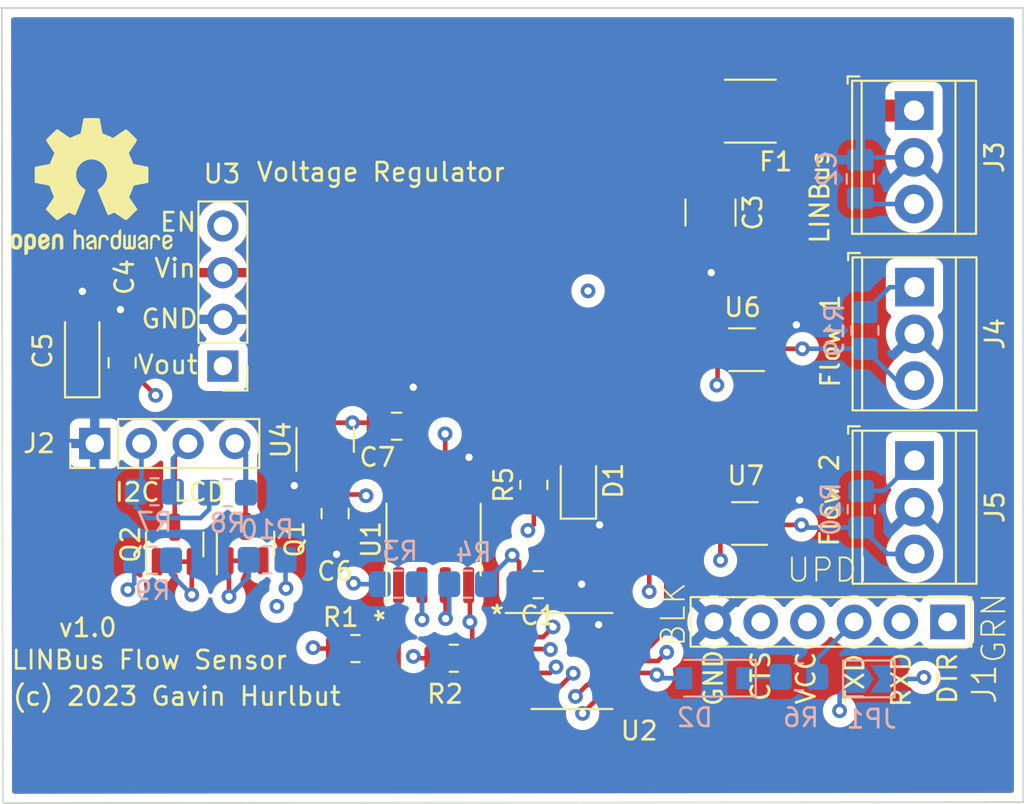
<source format=kicad_pcb>
(kicad_pcb (version 20211014) (generator pcbnew)
  (title_block (title "LINBus Flow Sensor") (date "2023-03-03") (rev "1.0") (company "Gavin Hurlbut"))
  (layers (0 "F.Cu" signal) (1 "In1.Cu" signal) (2 "In2.Cu" signal) (31 "B.Cu" signal) (34 "B.Paste" user) (35 "F.Paste" user) (36 "B.SilkS" user "B.Silkscreen") (37 "F.SilkS" user "F.Silkscreen") (38 "B.Mask" user) (39 "F.Mask" user) (44 "Edge.Cuts" user))
  (net 0 "")
  (net 1 "GND")
  (net 2 "+5V")
  (net 3 "SCL")
  (net 4 "LIN")
  (net 5 "TXD")
  (net 6 "RXD")
  (net 7 "~{LIN_SLP}")
  (net 8 "~{LIN_WAKE}")
  (net 9 "SDA")
  (net 12 "Net-(JP1-Pad1)")
  (net 13 "unconnected-(J1-Pad5)")
  (net 14 "Net-(R5-Pad1)")
  (net 15 "+12V")
  (net 16 "UPDI")
  (net 17 "+BATT")
  (net 18 "Net-(J1-Pad3)")
  (net 19 "+3V3")
  (net 20 "SCL5V")
  (net 21 "SDA5V")
  (net 22 "Net-(D1-Pad2)")
  (net 23 "Net-(D2-Pad1)")
  (net 24 "Net-(J4-Pad3)")
  (net 25 "Net-(J5-Pad3)")
  (net 28 "~{RESET}")
  (net 29 "~{FLOW_PULSE0}")
  (net 30 "~{FLOW_PULSE1}")
  (footprint "Capacitor_SMD:C_0805_2012Metric_Pad1.18x1.45mm_HandSolder" (layer "F.Cu") (at 196.5625 81.16)
    (fp_text reference "C7" (at -1.0425 1.69) (layer "F.SilkS"))
    (fp_text value "10uF")
    (pad "1" smd roundrect (at -1.0375 0) (size 1.175 1.45) (layers "F.Cu" "F.Paste" "F.Mask") (roundrect_rratio 0.2127659574) (net 2 "+5V"))
    (pad "2" smd roundrect (at 1.0375 0) (size 1.175 1.45) (layers "F.Cu" "F.Paste" "F.Mask") (roundrect_rratio 0.2127659574) (net 1 "GND"))
  )
  (footprint "Capacitor_SMD:C_0805_2012Metric_Pad1.18x1.45mm_HandSolder" (layer "F.Cu") (at 193.22 85.91 -90)
    (fp_text reference "C6" (at 3.14 0 180) (layer "F.SilkS"))
    (fp_text value "1uF")
    (pad "1" smd roundrect (at -1.0375 0 270) (size 1.175 1.45) (layers "F.Cu" "F.Paste" "F.Mask") (roundrect_rratio 0.2127659574) (net 19 "+3V3"))
    (pad "2" smd roundrect (at 1.0375 0 270) (size 1.175 1.45) (layers "F.Cu" "F.Paste" "F.Mask") (roundrect_rratio 0.2127659574) (net 1 "GND"))
  )
  (footprint "TerminalBlock_TE-Connectivity:TerminalBlock_TE_282834-3_1x03_P2.54mm_Horizontal" (layer "F.Cu") (at 224.725 73.6 -90)
    (fp_text reference "J4" (at 2.54 -4.37 90) (layer "F.SilkS"))
    (fp_text value "Flow 1" (at 2.925 4.575 90) (layer "F.SilkS"))
    (pad "1" thru_hole rect (at 0 0 270) (size 2.1 2.1) (drill 1.1) (layers *.Cu *.Mask) (net 2 "+5V"))
    (pad "2" thru_hole circle (at 2.54 0 270) (size 2.1 2.1) (drill 1.1) (layers *.Cu *.Mask) (net 1 "GND"))
    (pad "3" thru_hole circle (at 5.08 0 270) (size 2.1 2.1) (drill 1.1) (layers *.Cu *.Mask) (net 24 "Net-(J4-Pad3)"))
  )
  (footprint "Connector_PinHeader_2.54mm:PinHeader_1x04_P2.54mm_Vertical" (layer "F.Cu") (at 180.15 82.1 90)
    (fp_text reference "J2" (at 0 -3.025 180) (layer "F.SilkS"))
    (fp_text value "I2C LCD")
    (pad "1" thru_hole rect (at 0 0 90) (size 1.7 1.7) (drill 1) (layers *.Cu *.Mask) (net 1 "GND"))
    (pad "2" thru_hole oval (at 0 2.54 90) (size 1.7 1.7) (drill 1) (layers *.Cu *.Mask) (net 2 "+5V"))
    (pad "3" thru_hole oval (at 0 5.08 90) (size 1.7 1.7) (drill 1) (layers *.Cu *.Mask) (net 21 "SDA5V"))
    (pad "4" thru_hole oval (at 0 7.62 90) (size 1.7 1.7) (drill 1) (layers *.Cu *.Mask) (net 20 "SCL5V"))
  )
  (footprint "Capacitor_SMD:C_0805_2012Metric_Pad1.18x1.45mm_HandSolder" (layer "F.Cu") (at 181.64 77.71 90)
    (fp_text reference "C4" (at 4.66 0.13 90) (layer "F.SilkS"))
    (fp_text value "1uF")
    (pad "1" smd roundrect (at -1.0375 0 90) (size 1.175 1.45) (layers "F.Cu" "F.Paste" "F.Mask") (roundrect_rratio 0.2127659574) (net 2 "+5V"))
    (pad "2" smd roundrect (at 1.0375 0 90) (size 1.175 1.45) (layers "F.Cu" "F.Paste" "F.Mask") (roundrect_rratio 0.2127659574) (net 1 "GND"))
  )
  (footprint "Package_SO:SOIC-8_3.9x4.9mm_P1.27mm" (layer "F.Cu") (at 198.575 87.325 90)
    (fp_text reference "U1" (at 0 -3.4 90) (layer "F.SilkS"))
    (fp_text value "TJA1021T")
    (fp_text user "*" (at -4.125 -2.625 90 unlocked) (layer "F.SilkS"))
    (pad "1" smd roundrect (at -2.475 -1.905 90) (size 1.95 0.6) (layers "F.Cu" "F.Paste" "F.Mask") (net 6 "RXD"))
    (pad "2" smd roundrect (at -2.475 -0.635 90) (size 1.95 0.6) (layers "F.Cu" "F.Paste" "F.Mask") (net 7 "~{LIN_SLP}"))
    (pad "3" smd roundrect (at -2.475 0.635 90) (size 1.95 0.6) (layers "F.Cu" "F.Paste" "F.Mask") (net 8 "~{LIN_WAKE}"))
    (pad "4" smd roundrect (at -2.475 1.905 90) (size 1.95 0.6) (layers "F.Cu" "F.Paste" "F.Mask") (net 5 "TXD"))
    (pad "5" smd roundrect (at 2.475 1.905 90) (size 1.95 0.6) (layers "F.Cu" "F.Paste" "F.Mask") (net 1 "GND"))
    (pad "6" smd roundrect (at 2.475 0.635 90) (size 1.95 0.6) (layers "F.Cu" "F.Paste" "F.Mask") (net 4 "LIN"))
    (pad "7" smd roundrect (at 2.475 -0.635 90) (size 1.95 0.6) (layers "F.Cu" "F.Paste" "F.Mask") (net 15 "+12V"))
    (pad "8" smd roundrect (at 2.475 -1.905 90) (size 1.95 0.6) (layers "F.Cu" "F.Paste" "F.Mask"))
  )
  (footprint "Package_TO_SOT_SMD:SOT-23" (layer "F.Cu") (at 188.35 87.5375 90)
    (fp_text reference "Q1" (at 0.2375 2.675 90) (layer "F.SilkS"))
    (fp_text value "2N7002")
    (pad "1" smd roundrect (at -0.9375 -0.95 90) (size 1.475 0.6) (layers "F.Cu" "F.Paste" "F.Mask") (net 3 "SCL"))
    (pad "2" smd roundrect (at -0.9375 0.95 90) (size 1.475 0.6) (layers "F.Cu" "F.Paste" "F.Mask") (net 3 "SCL"))
    (pad "3" smd roundrect (at 0.9375 0 90) (size 1.475 0.6) (layers "F.Cu" "F.Paste" "F.Mask") (net 20 "SCL5V"))
  )
  (footprint "Package_SO:TSSOP-14_4.4x5mm_P0.65mm" (layer "F.Cu") (at 206.1 93.925)
    (fp_text reference "U2" (at 3.65 3.8) (layer "F.SilkS"))
    (fp_text value "ATtiny824-X")
    (fp_text user "*" (at -4.075 -2.5 unlocked) (layer "F.SilkS"))
    (pad "1" smd roundrect (at -2.8625 -1.95) (size 1.475 0.4) (layers "F.Cu" "F.Paste" "F.Mask") (net 19 "+3V3"))
    (pad "2" smd roundrect (at -2.8625 -1.3) (size 1.475 0.4) (layers "F.Cu" "F.Paste" "F.Mask") (net 7 "~{LIN_SLP}"))
    (pad "3" smd roundrect (at -2.8625 -0.65) (size 1.475 0.4) (layers "F.Cu" "F.Paste" "F.Mask") (net 8 "~{LIN_WAKE}"))
    (pad "4" smd roundrect (at -2.8625 0) (size 1.475 0.4) (layers "F.Cu" "F.Paste" "F.Mask"))
    (pad "5" smd roundrect (at -2.8625 0.65) (size 1.475 0.4) (layers "F.Cu" "F.Paste" "F.Mask") (net 14 "Net-(R5-Pad1)"))
    (pad "6" smd roundrect (at -2.8625 1.3) (size 1.475 0.4) (layers "F.Cu" "F.Paste" "F.Mask") (net 6 "RXD"))
    (pad "7" smd roundrect (at -2.8625 1.95) (size 1.475 0.4) (layers "F.Cu" "F.Paste" "F.Mask") (net 5 "TXD"))
    (pad "8" smd roundrect (at 2.8625 1.95) (size 1.475 0.4) (layers "F.Cu" "F.Paste" "F.Mask") (net 9 "SDA"))
    (pad "9" smd roundrect (at 2.8625 1.3) (size 1.475 0.4) (layers "F.Cu" "F.Paste" "F.Mask") (net 3 "SCL"))
    (pad "10" smd roundrect (at 2.8625 0.65) (size 1.475 0.4) (layers "F.Cu" "F.Paste" "F.Mask") (net 16 "UPDI"))
    (pad "11" smd roundrect (at 2.8625 0) (size 1.475 0.4) (layers "F.Cu" "F.Paste" "F.Mask") (net 29 "~{FLOW_PULSE0}"))
    (pad "12" smd roundrect (at 2.8625 -0.65) (size 1.475 0.4) (layers "F.Cu" "F.Paste" "F.Mask") (net 30 "~{FLOW_PULSE1}"))
    (pad "13" smd roundrect (at 2.8625 -1.3) (size 1.475 0.4) (layers "F.Cu" "F.Paste" "F.Mask") (net 28 "~{RESET}"))
    (pad "14" smd roundrect (at 2.8625 -1.95) (size 1.475 0.4) (layers "F.Cu" "F.Paste" "F.Mask") (net 1 "GND"))
  )
  (footprint "Resistor_SMD:R_0805_2012Metric_Pad1.20x1.40mm_HandSolder" (layer "F.Cu") (at 194.325 93.25)
    (fp_text reference "R1" (at -0.8 -1.7) (layer "F.SilkS"))
    (fp_text value "10k")
    (pad "1" smd roundrect (at -1 0) (size 1.2 1.4) (layers "F.Cu" "F.Paste" "F.Mask") (roundrect_rratio 0.2083333333) (net 19 "+3V3"))
    (pad "2" smd roundrect (at 1 0) (size 1.2 1.4) (layers "F.Cu" "F.Paste" "F.Mask") (roundrect_rratio 0.2083333333) (net 6 "RXD"))
  )
  (footprint "Capacitor_SMD:C_0805_2012Metric_Pad1.18x1.45mm_HandSolder" (layer "F.Cu") (at 204.2625 89.775 180)
    (fp_text reference "C1" (at 0 -1.68 180) (layer "F.SilkS"))
    (fp_text value "100nF")
    (pad "1" smd roundrect (at -1.0375 0 180) (size 1.175 1.45) (layers "F.Cu" "F.Paste" "F.Mask") (roundrect_rratio 0.2127659574) (net 1 "GND"))
    (pad "2" smd roundrect (at 1.0375 0 180) (size 1.175 1.45) (layers "F.Cu" "F.Paste" "F.Mask") (roundrect_rratio 0.2127659574) (net 19 "+3V3"))
  )
  (footprint "Resistor_SMD:R_0805_2012Metric_Pad1.20x1.40mm_HandSolder" (layer "F.Cu") (at 204.025 84.35 90)
    (fp_text reference "R5" (at 0 -1.65 90) (layer "F.SilkS"))
    (fp_text value "330")
    (pad "1" smd roundrect (at -1 0 90) (size 1.2 1.4) (layers "F.Cu" "F.Paste" "F.Mask") (roundrect_rratio 0.2083333333) (net 14 "Net-(R5-Pad1)"))
    (pad "2" smd roundrect (at 1 0 90) (size 1.2 1.4) (layers "F.Cu" "F.Paste" "F.Mask") (roundrect_rratio 0.2083333333) (net 22 "Net-(D1-Pad2)"))
  )
  (footprint "Beirdo:Switching_Regulator_Module" (layer "F.Cu") (at 187.14675 77.9874 180)
    (fp_text reference "U3" (at 0.07675 10.5474 180) (layer "F.SilkS"))
    (fp_text value "Voltage Regulator" (at -8.5598 10.6426 180) (layer "F.SilkS"))
    (fp_text user "EN" (at 2.4638 7.9248 180) (layer "F.SilkS"))
    (fp_text user "Vout" (at 3.0277 0.1724 180) (layer "F.SilkS"))
    (fp_text user "Vin" (at 2.6277 5.4224 180) (layer "F.SilkS"))
    (fp_text user "GND" (at 2.921 2.667 180) (layer "F.SilkS"))
    (pad "1" thru_hole rect (at 0.0277 0.0974 180) (size 1.7 1.7) (drill 1) (layers *.Cu *.Mask) (net 2 "+5V"))
    (pad "2" thru_hole oval (at 0.0277 2.6374 180) (size 1.7 1.7) (drill 1) (layers *.Cu *.Mask) (net 1 "GND"))
    (pad "3" thru_hole oval (at 0.0277 5.1774 180) (size 1.7 1.7) (drill 1) (layers *.Cu *.Mask) (net 15 "+12V"))
    (pad "4" thru_hole oval (at 0.0277 7.7174 180) (size 1.7 1.7) (drill 1) (layers *.Cu *.Mask))
  )
  (footprint "Resistor_SMD:R_1812_4532Metric_Pad1.30x3.40mm_HandSolder" (layer "F.Cu") (at 215.795 64.03 180)
    (fp_text reference "F1" (at -1.385 -2.75) (layer "F.SilkS"))
    (fp_text value "3A Polyfuse")
    (pad "1" smd roundrect (at -2.225 0 180) (size 1.3 3.4) (layers "F.Cu" "F.Paste" "F.Mask") (roundrect_rratio 0.1923076923) (net 17 "+BATT"))
    (pad "2" smd roundrect (at 2.225 0 180) (size 1.3 3.4) (layers "F.Cu" "F.Paste" "F.Mask") (roundrect_rratio 0.1923076923) (net 15 "+12V"))
  )
  (footprint "LED_SMD:LED_0805_2012Metric_Pad1.15x1.40mm_HandSolder" (layer "F.Cu") (at 206.45 84.325 90)
    (fp_text reference "D1" (at 0.2 1.9 90) (layer "F.SilkS"))
    (fp_text value "LED")
    (pad "1" smd roundrect (at -1.025 0 90) (size 1.15 1.4) (layers "F.Cu" "F.Paste" "F.Mask") (roundrect_rratio 0.2173913043) (net 1 "GND"))
    (pad "2" smd roundrect (at 1.025 0 90) (size 1.15 1.4) (layers "F.Cu" "F.Paste" "F.Mask") (roundrect_rratio 0.2173913043) (net 22 "Net-(D1-Pad2)"))
  )
  (footprint "TerminalBlock_TE-Connectivity:TerminalBlock_TE_282834-3_1x03_P2.54mm_Horizontal" (layer "F.Cu") (at 224.725 83.025 -90)
    (fp_text reference "J5" (at 2.54 -4.37 90) (layer "F.SilkS"))
    (fp_text value "Flow 2" (at 2.15 4.625 90) (layer "F.SilkS"))
    (pad "1" thru_hole rect (at 0 0 270) (size 2.1 2.1) (drill 1.1) (layers *.Cu *.Mask) (net 2 "+5V"))
    (pad "2" thru_hole circle (at 2.54 0 270) (size 2.1 2.1) (drill 1.1) (layers *.Cu *.Mask) (net 1 "GND"))
    (pad "3" thru_hole circle (at 5.08 0 270) (size 2.1 2.1) (drill 1.1) (layers *.Cu *.Mask) (net 25 "Net-(J5-Pad3)"))
  )
  (footprint "Capacitor_Tantalum_SMD:CP_EIA-3216-10_Kemet-I_Pad1.58x1.35mm_HandSolder" (layer "F.Cu") (at 179.47 77.1025 90)
    (fp_text reference "C5" (at 0.0425 -2.15 90) (layer "F.SilkS"))
    (fp_text value "100uF Ta 6V")
    (pad "1" smd roundrect (at -1.4375 0 90) (size 1.575 1.35) (layers "F.Cu" "F.Paste" "F.Mask") (roundrect_rratio 0.1851851852) (net 2 "+5V"))
    (pad "2" smd roundrect (at 1.4375 0 90) (size 1.575 1.35) (layers "F.Cu" "F.Paste" "F.Mask") (roundrect_rratio 0.1851851852) (net 1 "GND"))
  )
  (footprint "Capacitor_SMD:C_1210_3225Metric_Pad1.33x2.70mm_HandSolder" (layer "F.Cu") (at 213.63 69.5425 -90)
    (fp_text reference "C3" (at 0 -2.3 90) (layer "F.SilkS"))
    (fp_text value "10uF 100V")
    (pad "1" smd roundrect (at -1.5625 0 270) (size 1.325 2.7) (layers "F.Cu" "F.Paste" "F.Mask") (roundrect_rratio 0.1886792453) (net 15 "+12V"))
    (pad "2" smd roundrect (at 1.5625 0 270) (size 1.325 2.7) (layers "F.Cu" "F.Paste" "F.Mask") (roundrect_rratio 0.1886792453) (net 1 "GND"))
  )
  (footprint "TerminalBlock_TE-Connectivity:TerminalBlock_TE_282834-3_1x03_P2.54mm_Horizontal" (layer "F.Cu") (at 224.7 64 -90)
    (fp_text reference "J3" (at 2.54 -4.37 90) (layer "F.SilkS"))
    (fp_text value "Screw_Terminal_01x03")
    (pad "1" thru_hole rect (at 0 0 270) (size 2.1 2.1) (drill 1.1) (layers *.Cu *.Mask) (net 17 "+BATT"))
    (pad "2" thru_hole circle (at 2.54 0 270) (size 2.1 2.1) (drill 1.1) (layers *.Cu *.Mask) (net 1 "GND"))
    (pad "3" thru_hole circle (at 5.08 0 270) (size 2.1 2.1) (drill 1.1) (layers *.Cu *.Mask) (net 4 "LIN"))
  )
  (footprint "Package_TO_SOT_SMD:SOT-23" (layer "F.Cu") (at 192.68 81.9075 90)
    (fp_text reference "U4" (at 0 -2.4 90) (layer "F.SilkS"))
    (fp_text value "MCP1754S-3302xCB")
    (pad "1" smd roundrect (at -0.9375 -0.95 90) (size 1.475 0.6) (layers "F.Cu" "F.Paste" "F.Mask") (net 1 "GND"))
    (pad "2" smd roundrect (at -0.9375 0.95 90) (size 1.475 0.6) (layers "F.Cu" "F.Paste" "F.Mask") (net 19 "+3V3"))
    (pad "3" smd roundrect (at 0.9375 0 90) (size 1.475 0.6) (layers "F.Cu" "F.Paste" "F.Mask") (net 2 "+5V"))
  )
  (footprint "Package_TO_SOT_SMD:SOT-23" (layer "F.Cu") (at 184.5 87.5875 90)
    (fp_text reference "Q2" (at 0 -2.4 90) (layer "F.SilkS"))
    (fp_text value "2N7002")
    (pad "1" smd roundrect (at -0.9375 -0.95 90) (size 1.475 0.6) (layers "F.Cu" "F.Paste" "F.Mask") (net 9 "SDA"))
    (pad "2" smd roundrect (at -0.9375 0.95 90) (size 1.475 0.6) (layers "F.Cu" "F.Paste" "F.Mask") (net 9 "SDA"))
    (pad "3" smd roundrect (at 0.9375 0 90) (size 1.475 0.6) (layers "F.Cu" "F.Paste" "F.Mask") (net 21 "SDA5V"))
  )
  (footprint "Resistor_SMD:R_0805_2012Metric_Pad1.20x1.40mm_HandSolder" (layer "F.Cu") (at 199.675 93.775)
    (fp_text reference "R2" (at -0.475 1.95) (layer "F.SilkS"))
    (fp_text value "10k")
    (pad "1" smd roundrect (at -1 0) (size 1.2 1.4) (layers "F.Cu" "F.Paste" "F.Mask") (roundrect_rratio 0.2083333333) (net 19 "+3V3"))
    (pad "2" smd roundrect (at 1 0) (size 1.2 1.4) (layers "F.Cu" "F.Paste" "F.Mask") (roundrect_rratio 0.2083333333) (net 5 "TXD"))
  )
  (footprint "Symbol:OSHW-Logo2_9.8x8mm_SilkScreen" (layer "F.Cu") (at 179.98 68.12)
    (fp_text reference "REF**" hide)
    (fp_text value "OSHW-Logo2_9.8x8mm_SilkScreen" hide)
  )
  (footprint "Package_TO_SOT_SMD:SOT-353_SC-70-5_Handsoldering" (layer "F.Cu") (at 215.5 86.45 180)
    (fp_text reference "U7" (at -0.05 2.6) (layer "F.SilkS"))
    (fp_text value "74AHCT1G14")
    (pad "1" smd rect (at -1.33 -0.65 180) (size 1.5 0.4) (layers "F.Cu" "F.Paste" "F.Mask"))
    (pad "2" smd rect (at -1.33 0 180) (size 1.5 0.4) (layers "F.Cu" "F.Paste" "F.Mask") (net 25 "Net-(J5-Pad3)"))
    (pad "3" smd rect (at -1.33 0.65 180) (size 1.5 0.4) (layers "F.Cu" "F.Paste" "F.Mask") (net 1 "GND"))
    (pad "4" smd rect (at 1.33 0.65 180) (size 1.5 0.4) (layers "F.Cu" "F.Paste" "F.Mask") (net 30 "~{FLOW_PULSE1}"))
    (pad "5" smd rect (at 1.33 -0.65 180) (size 1.5 0.4) (layers "F.Cu" "F.Paste" "F.Mask") (net 19 "+3V3"))
  )
  (footprint "Package_TO_SOT_SMD:SOT-353_SC-70-5_Handsoldering" (layer "F.Cu") (at 215.345 77 180)
    (fp_text reference "U6" (at -0.03 2.3) (layer "F.SilkS"))
    (fp_text value "74AHCT1G14")
    (pad "1" smd rect (at -1.33 -0.65 180) (size 1.5 0.4) (layers "F.Cu" "F.Paste" "F.Mask"))
    (pad "2" smd rect (at -1.33 0 180) (size 1.5 0.4) (layers "F.Cu" "F.Paste" "F.Mask") (net 24 "Net-(J4-Pad3)"))
    (pad "3" smd rect (at -1.33 0.65 180) (size 1.5 0.4) (layers "F.Cu" "F.Paste" "F.Mask") (net 1 "GND"))
    (pad "4" smd rect (at 1.33 0.65 180) (size 1.5 0.4) (layers "F.Cu" "F.Paste" "F.Mask") (net 29 "~{FLOW_PULSE0}"))
    (pad "5" smd rect (at 1.33 -0.65 180) (size 1.5 0.4) (layers "F.Cu" "F.Paste" "F.Mask") (net 19 "+3V3"))
  )
  (footprint "Beirdo:FTDI-TARGET" (layer "F.Cu") (at 226.52 91.8 180)
    (fp_text reference "J1" (at -2 -3.39 270) (layer "F.SilkS") (effects (font (size 1.27 1.27) (thickness 0.127))))
    (fp_text value "UPDI" (at 6.5278 2.8194 180) (layer "F.SilkS") (effects (font (size 1.27 1.27) (thickness 0.1016))))
    (fp_text user "TXD" (at 5.0546 -3.0988 270) (layer "F.SilkS"))
    (fp_text user "GND" (at 12.7254 -3.048 270) (layer "F.SilkS"))
    (fp_text user "RXD" (at 2.5146 -3.1496 270) (layer "F.SilkS"))
    (fp_text user "DTR" (at 0 -3.0734 270) (layer "F.SilkS"))
    (fp_text user "GRN" (at -2.52 -0.33 90) (layer "F.SilkS") (effects (font (size 1.27 1.27) (thickness 0.1016))))
    (fp_text user "CTS" (at 10.16 -2.9464 270) (layer "F.SilkS"))
    (fp_text user "BLK" (at 14.92 0.41 90) (layer "F.SilkS") (effects (font (size 1.27 1.27) (thickness 0.1016))))
    (fp_text user "VCC" (at 7.6962 -3.048 270) (layer "F.SilkS"))
    (pad "1" thru_hole rect (at 0 0 180) (size 1.8796 1.8796) (drill 1.016) (layers *.Cu *.Paste *.Mask))
    (pad "2" thru_hole circle (at 2.54 0 180) (size 1.8796 1.8796) (drill 1.016) (layers *.Cu *.Paste *.Mask) (net 16 "UPDI"))
    (pad "3" thru_hole circle (at 5.08 0 180) (size 1.8796 1.8796) (drill 1.016) (layers *.Cu *.Paste *.Mask) (net 18 "Net-(J1-Pad3)"))
    (pad "4" thru_hole circle (at 7.62 0 180) (size 1.8796 1.8796) (drill 1.016) (layers *.Cu *.Paste *.Mask) (net 12 "Net-(JP1-Pad1)"))
    (pad "5" thru_hole circle (at 10.16 0 180) (size 1.8796 1.8796) (drill 1.016) (layers *.Cu *.Paste *.Mask) (net 13 "unconnected-(J1-Pad5)"))
    (pad "6" thru_hole circle (at 12.7 0 180) (size 1.8796 1.8796) (drill 1.016) (layers *.Cu *.Paste *.Mask) (net 1 "GND"))
  )
  (footprint "Resistor_SMD:R_0805_2012Metric_Pad1.20x1.40mm_HandSolder" (layer "B.Cu") (at 218.44 94.79)
    (fp_text reference "R6" (at 0.11 2.21 180) (layer "B.SilkS") (effects (justify mirror)))
    (fp_text value "470R")
    (pad "1" smd roundrect (at -1 0) (size 1.2 1.4) (layers "B.Cu" "B.Paste" "B.Mask") (roundrect_rratio 0.2083333333) (net 23 "Net-(D2-Pad1)"))
    (pad "2" smd roundrect (at 1 0) (size 1.2 1.4) (layers "B.Cu" "B.Paste" "B.Mask") (roundrect_rratio 0.2083333333) (net 18 "Net-(J1-Pad3)"))
  )
  (footprint "Resistor_SMD:R_0805_2012Metric_Pad1.20x1.40mm_HandSolder" (layer "B.Cu") (at 196.65 89.75)
    (fp_text reference "R3" (at 0.1 -1.8) (layer "B.SilkS") (effects (justify mirror)))
    (fp_text value "10k")
    (pad "1" smd roundrect (at -1 0) (size 1.2 1.4) (layers "B.Cu" "B.Paste" "B.Mask") (roundrect_rratio 0.2083333333) (net 19 "+3V3"))
    (pad "2" smd roundrect (at 1 0) (size 1.2 1.4) (layers "B.Cu" "B.Paste" "B.Mask") (roundrect_rratio 0.2083333333) (net 7 "~{LIN_SLP}"))
  )
  (footprint "Resistor_SMD:R_0805_2012Metric_Pad1.20x1.40mm_HandSolder" (layer "B.Cu") (at 183.4 84.725)
    (fp_text reference "R7" (at 0 1.65) (layer "B.SilkS") (effects (justify mirror)))
    (fp_text value "10k")
    (pad "1" smd roundrect (at -1 0) (size 1.2 1.4) (layers "B.Cu" "B.Paste" "B.Mask") (roundrect_rratio 0.2083333333) (net 2 "+5V"))
    (pad "2" smd roundrect (at 1 0) (size 1.2 1.4) (layers "B.Cu" "B.Paste" "B.Mask") (roundrect_rratio 0.2083333333) (net 21 "SDA5V"))
  )
  (footprint "Resistor_SMD:R_0805_2012Metric_Pad1.20x1.40mm_HandSolder" (layer "B.Cu") (at 200.425 89.75 180)
    (fp_text reference "R4" (at -0.325 1.725) (layer "B.SilkS") (effects (justify mirror)))
    (fp_text value "10k")
    (pad "1" smd roundrect (at -1 0 180) (size 1.2 1.4) (layers "B.Cu" "B.Paste" "B.Mask") (roundrect_rratio 0.2083333333) (net 19 "+3V3"))
    (pad "2" smd roundrect (at 1 0 180) (size 1.2 1.4) (layers "B.Cu" "B.Paste" "B.Mask") (roundrect_rratio 0.2083333333) (net 8 "~{LIN_WAKE}"))
  )
  (footprint "Capacitor_SMD:C_0805_2012Metric_Pad1.18x1.45mm_HandSolder" (layer "B.Cu") (at 221.775 67.7125 90)
    (fp_text reference "C2" (at 0.5375 -1.8 90) (layer "B.SilkS") (effects (justify mirror)))
    (fp_text value "220pF")
    (pad "1" smd roundrect (at -1.0375 0 90) (size 1.175 1.45) (layers "B.Cu" "B.Paste" "B.Mask") (roundrect_rratio 0.2127659574) (net 4 "LIN"))
    (pad "2" smd roundrect (at 1.0375 0 90) (size 1.175 1.45) (layers "B.Cu" "B.Paste" "B.Mask") (roundrect_rratio 0.2127659574) (net 1 "GND"))
  )
  (footprint "Resistor_SMD:R_0805_2012Metric_Pad1.20x1.40mm_HandSolder" (layer "B.Cu") (at 187.375 84.775)
    (fp_text reference "R8" (at 0 1.65) (layer "B.SilkS") (effects (justify mirror)))
    (fp_text value "10k")
    (pad "1" smd roundrect (at -1 0) (size 1.2 1.4) (layers "B.Cu" "B.Paste" "B.Mask") (roundrect_rratio 0.2083333333) (net 2 "+5V"))
    (pad "2" smd roundrect (at 1 0) (size 1.2 1.4) (layers "B.Cu" "B.Paste" "B.Mask") (roundrect_rratio 0.2083333333) (net 20 "SCL5V"))
  )
  (footprint "Resistor_SMD:R_0805_2012Metric_Pad1.20x1.40mm_HandSolder" (layer "B.Cu") (at 222.025 75.95 -90)
    (fp_text reference "R19" (at 0 1.65 90) (layer "B.SilkS") (effects (justify mirror)))
    (fp_text value "10k")
    (pad "1" smd roundrect (at -1 0 270) (size 1.2 1.4) (layers "B.Cu" "B.Paste" "B.Mask") (roundrect_rratio 0.2083333333) (net 2 "+5V"))
    (pad "2" smd roundrect (at 1 0 270) (size 1.2 1.4) (layers "B.Cu" "B.Paste" "B.Mask") (roundrect_rratio 0.2083333333) (net 24 "Net-(J4-Pad3)"))
  )
  (footprint "Resistor_SMD:R_0805_2012Metric_Pad1.20x1.40mm_HandSolder" (layer "B.Cu") (at 183.3 88.45)
    (fp_text reference "R9" (at 0 1.65) (layer "B.SilkS") (effects (justify mirror)))
    (fp_text value "10k")
    (pad "1" smd roundrect (at -1 0) (size 1.2 1.4) (layers "B.Cu" "B.Paste" "B.Mask") (roundrect_rratio 0.2083333333) (net 19 "+3V3"))
    (pad "2" smd roundrect (at 1 0) (size 1.2 1.4) (layers "B.Cu" "B.Paste" "B.Mask") (roundrect_rratio 0.2083333333) (net 9 "SDA"))
  )
  (footprint "Jumper:SolderJumper-2_P1.3mm_Open_TrianglePad1.0x1.5mm" (layer "B.Cu") (at 222.24 94.9)
    (fp_text reference "JP1" (at 0.15 2.18) (layer "B.SilkS") (effects (justify mirror)))
    (fp_text value "Solder Jumper")
    (pad "1" smd custom (at -0.725 0) (size 0.3 0.3) (layers "B.Cu" "B.Mask") (net 12 "Net-(JP1-Pad1)") (options (clearance outline) (anchor rect)) (primitives (gr_poly (pts (xy 1 0) (xy 0.5 -0.75) (xy -0.5 -0.75) (xy -0.5 0.75) (xy 0.5 0.75)) (width 0) (fill yes))))
    (pad "2" smd custom (at 0.725 0) (size 0.3 0.3) (layers "B.Cu" "B.Mask") (net 19 "+3V3") (options (clearance outline) (anchor rect)) (primitives (gr_poly (pts (xy 0.5 -0.75) (xy -0.65 -0.75) (xy -0.15 0) (xy -0.65 0.75) (xy 0.5 0.75)) (width 0) (fill yes))))
  )
  (footprint "Resistor_SMD:R_0805_2012Metric_Pad1.20x1.40mm_HandSolder" (layer "B.Cu") (at 189.525 88.425 180)
    (fp_text reference "R10" (at 0 1.65) (layer "B.SilkS") (effects (justify mirror)))
    (fp_text value "10k")
    (pad "1" smd roundrect (at -1 0 180) (size 1.2 1.4) (layers "B.Cu" "B.Paste" "B.Mask") (roundrect_rratio 0.2083333333) (net 19 "+3V3"))
    (pad "2" smd roundrect (at 1 0 180) (size 1.2 1.4) (layers "B.Cu" "B.Paste" "B.Mask") (roundrect_rratio 0.2083333333) (net 3 "SCL"))
  )
  (footprint "Diode_SMD:D_SOD-123" (layer "B.Cu") (at 213.84 94.86 180)
    (fp_text reference "D2" (at 1.06 -2.14) (layer "B.SilkS") (effects (justify mirror)))
    (fp_text value "BAT42W-V")
    (pad "1" smd rect (at -1.65 0 180) (size 0.9 1.2) (layers "B.Cu" "B.Paste" "B.Mask") (net 23 "Net-(D2-Pad1)"))
    (pad "2" smd rect (at 1.65 0 180) (size 0.9 1.2) (layers "B.Cu" "B.Paste" "B.Mask") (net 16 "UPDI"))
  )
  (footprint "Resistor_SMD:R_0805_2012Metric_Pad1.20x1.40mm_HandSolder" (layer "B.Cu") (at 221.825 85.675 -90)
    (fp_text reference "R20" (at 0 1.65 90) (layer "B.SilkS") (effects (justify mirror)))
    (fp_text value "10k")
    (pad "1" smd roundrect (at -1 0 270) (size 1.2 1.4) (layers "B.Cu" "B.Paste" "B.Mask") (roundrect_rratio 0.2083333333) (net 2 "+5V"))
    (pad "2" smd roundrect (at 1 0 270) (size 1.2 1.4) (layers "B.Cu" "B.Paste" "B.Mask") (roundrect_rratio 0.2083333333) (net 25 "Net-(J5-Pad3)"))
  )
  (gr_line (start 175.15 101.55) (end 175.1 58.45) (layer "Edge.Cuts") (width 0.1))
  (gr_line (start 230.632 101.6) (end 175.175 101.65) (layer "Edge.Cuts") (width 0.1))
  (gr_line (start 175.05 58.42) (end 230.632 58.42) (layer "Edge.Cuts") (width 0.1))
  (gr_line (start 230.632 58.42) (end 230.632 101.6) (layer "Edge.Cuts") (width 0.1))
  (gr_text "LINBus Flow Sensor" (at 183.12 93.87) (layer "F.SilkS") (effects (font (size 1 1))))
  (gr_text "LINBus" (at 219.575 68.7 90) (layer "F.SilkS") (effects (font (size 1 1))))
  (gr_text "I2C LCD" (at 184.25 84.75) (layer "F.SilkS") (effects (font (size 1 1))))
  (gr_text "(c) 2023 Gavin Hurlbut" (at 184.61 95.84) (layer "F.SilkS") (effects (font (size 1 1))))
  (gr_text "v1.0" (at 179.77 92.11) (layer "F.SilkS") (effects (font (size 1 1))))
  (segment (start 193.22 88.04) (end 193.3 88.12) (width 0.25) (layer "F.Cu") (net 1))
  (segment (start 179.47 73.84) (end 179.48 73.83) (width 0.25) (layer "F.Cu") (net 1))
  (segment (start 216.83 85.8) (end 217.85 85.8) (width 0.25) (layer "F.Cu") (net 1))
  (segment (start 208.9875 91.975) (end 207.575 91.975) (width 0.25) (layer "F.Cu") (net 1))
  (segment (start 197.6 81.16) (end 197.6 79.17) (width 0.25) (layer "F.Cu") (net 1))
  (segment (start 216.675 76.35) (end 217.6 76.35) (width 0.25) (layer "F.Cu") (net 1))
  (segment (start 217.85 85.8) (end 218.475 85.175) (width 0.25) (layer "F.Cu") (net 1))
  (segment (start 217.6 76.35) (end 218.3 75.65) (width 0.25) (layer "F.Cu") (net 1))
  (segment (start 200.48 84.85) (end 200.48 82.87) (width 0.25) (layer "F.Cu") (net 1))
  (segment (start 213.63 71.105) (end 213.63 72.77) (width 0.25) (layer "F.Cu") (net 1))
  (segment (start 191.73 83.66) (end 191 84.39) (width 0.25) (layer "F.Cu") (net 1))
  (segment (start 205.3 89.775) (end 206.6 89.775) (width 0.25) (layer "F.Cu") (net 1))
  (segment (start 181.64 74.91) (end 181.55 74.82) (width 0.25) (layer "F.Cu") (net 1))
  (segment (start 191.73 82.845) (end 191.73 83.66) (width 0.25) (layer "F.Cu") (net 1))
  (segment (start 207.575 91.975) (end 207.55 91.95) (width 0.25) (layer "F.Cu") (net 1))
  (segment (start 179.47 75.665) (end 179.47 73.84) (width 0.25) (layer "F.Cu") (net 1))
  (segment (start 213.63 72.77) (end 213.67 72.81) (width 0.25) (layer "F.Cu") (net 1))
  (segment (start 206.45 85.35) (end 206.45 85.375) (width 0.25) (layer "F.Cu") (net 1))
  (segment (start 200.48 82.87) (end 200.5 82.85) (width 0.25) (layer "F.Cu") (net 1))
  (segment (start 206.45 85.375) (end 207.6 86.525) (width 0.25) (layer "F.Cu") (net 1))
  (segment (start 197.6 79.17) (end 197.47 79.04) (width 0.25) (layer "F.Cu") (net 1))
  (segment (start 181.64 76.6725) (end 181.64 74.91) (width 0.25) (layer "F.Cu") (net 1))
  (segment (start 193.22 86.9475) (end 193.22 88.04) (width 0.25) (layer "F.Cu") (net 1))
  (segment (start 206.6 89.775) (end 206.625 89.75) (width 0.25) (layer "F.Cu") (net 1))
  (via (at 181.55 74.82) (size 0.8) (drill 0.4) (layers "F.Cu" "B.Cu") (net 1))
  (via (at 213.67 72.81) (size 0.8) (drill 0.4) (layers "F.Cu" "B.Cu") (net 1))
  (via (at 218.3 75.65) (size 0.8) (drill 0.4) (layers "F.Cu" "B.Cu") (net 1))
  (via (at 179.48 73.83) (size 0.8) (drill 0.4) (layers "F.Cu" "B.Cu") (net 1))
  (via (at 191 84.39) (size 0.8) (drill 0.4) (layers "F.Cu" "B.Cu") (net 1))
  (via (at 193.3 88.12) (size 0.8) (drill 0.4) (layers "F.Cu" "B.Cu") (net 1))
  (via (at 207.55 91.95) (size 0.8) (drill 0.4) (layers "F.Cu" "B.Cu") (net 1))
  (via (at 197.47 79.04) (size 0.8) (drill 0.4) (layers "F.Cu" "B.Cu") (net 1))
  (via (at 200.5 82.85) (size 0.8) (drill 0.4) (layers "F.Cu" "B.Cu") (net 1))
  (via (at 218.475 85.175) (size 0.8) (drill 0.4) (layers "F.Cu" "B.Cu") (net 1))
  (via (at 207.6 86.525) (size 0.8) (drill 0.4) (layers "F.Cu" "B.Cu") (net 1))
  (via (at 206.625 89.75) (size 0.8) (drill 0.4) (layers "F.Cu" "B.Cu") (net 1))
  (segment (start 221.775 66.675) (end 221.91 66.54) (width 0.25) (layer "B.Cu") (net 1))
  (segment (start 221.91 66.54) (end 224.7 66.54) (width 0.25) (layer "B.Cu") (net 1))
  (segment (start 182.7275 78.7475) (end 183.46 79.48) (width 0.25) (layer "F.Cu") (net 2))
  (segment (start 194.16 80.97) (end 195.335 80.97) (width 0.25) (layer "F.Cu") (net 2))
  (segment (start 192.68 80.97) (end 194.16 80.97) (width 0.25) (layer "F.Cu") (net 2))
  (segment (start 179.47 78.54) (end 181.4325 78.54) (width 0.25) (layer "F.Cu") (net 2))
  (segment (start 181.64 78.7475) (end 182.7275 78.7475) (width 0.25) (layer "F.Cu") (net 2))
  (segment (start 195.335 80.97) (end 195.525 81.16) (width 0.25) (layer "F.Cu") (net 2))
  (segment (start 181.4325 78.54) (end 181.64 78.7475) (width 0.25) (layer "F.Cu") (net 2))
  (via (at 194.16 80.97) (size 0.8) (drill 0.4) (layers "F.Cu" "B.Cu") (net 2))
  (via (at 183.46 79.48) (size 0.8) (drill 0.4) (layers "F.Cu" "B.Cu") (net 2))
  (segment (start 185.9 86.15) (end 183 86.15) (width 0.25) (layer "B.Cu") (net 2))
  (segment (start 222.025 74.95) (end 223.375 73.6) (width 0.25) (layer "B.Cu") (net 2))
  (segment (start 186.375 84.775) (end 186.375 85.675) (width 0.25) (layer "B.Cu") (net 2))
  (segment (start 221.825 84.675) (end 223.075 84.675) (width 0.25) (layer "B.Cu") (net 2))
  (segment (start 183 86.15) (end 182.4 85.55) (width 0.25) (layer "B.Cu") (net 2))
  (segment (start 223.375 73.6) (end 224.725 73.6) (width 0.25) (layer "B.Cu") (net 2))
  (segment (start 223.075 84.675) (end 224.725 83.025) (width 0.25) (layer "B.Cu") (net 2))
  (segment (start 186.375 85.675) (end 185.9 86.15) (width 0.25) (layer "B.Cu") (net 2))
  (segment (start 182.4 85.55) (end 182.4 84.725) (width 0.25) (layer "B.Cu") (net 2))
  (segment (start 182.4 84.725) (end 182.69 84.435) (width 0.25) (layer "B.Cu") (net 2))
  (segment (start 182.69 84.435) (end 182.69 82.1) (width 0.25) (layer "B.Cu") (net 2))
  (segment (start 187.45 88.525) (end 187.4 88.475) (width 0.25) (layer "F.Cu") (net 3))
  (segment (start 187.4 88.475) (end 189.3 88.475) (width 0.25) (layer "F.Cu") (net 3))
  (segment (start 208.9875 95.225) (end 206.917958 95.225) (width 0.25) (layer "F.Cu") (net 3))
  (segment (start 206.917958 95.225) (end 206.290576 95.852382) (width 0.25) (layer "F.Cu") (net 3))
  (segment (start 187.45 90.425) (end 187.45 88.525) (width 0.25) (layer "F.Cu") (net 3))
  (via (at 206.290576 95.852382) (size 0.8) (drill 0.4) (layers "F.Cu" "B.Cu") (net 3))
  (via (at 187.45 90.425) (size 0.8) (drill 0.4) (layers "F.Cu" "B.Cu") (net 3))
  (segment (start 188.525 88.425) (end 188.525 89.35) (width 0.25) (layer "B.Cu") (net 3))
  (segment (start 188.525 89.35) (end 187.45 90.425) (width 0.25) (layer "B.Cu") (net 3))
  (segment (start 199.21 84.85) (end 199.21 81.585) (width 0.25) (layer "F.Cu") (net 4))
  (segment (start 199.21 81.585) (end 199.2 81.575) (width 0.25) (layer "F.Cu") (net 4))
  (via (at 199.2 81.575) (size 0.8) (drill 0.4) (layers "F.Cu" "B.Cu") (net 4))
  (via (at 206.9725 73.8025) (size 0.8) (drill 0.4) (layers "F.Cu" "B.Cu") (net 4))
  (segment (start 222.105 69.08) (end 224.7 69.08) (width 0.25) (layer "B.Cu") (net 4))
  (segment (start 221.775 68.75) (end 222.105 69.08) (width 0.25) (layer "B.Cu") (net 4))
  (segment (start 200.55 91.8) (end 200.55 89.87) (width 0.25) (layer "F.Cu") (net 5))
  (segment (start 200.675 91.925) (end 200.675 93.775) (width 0.25) (layer "F.Cu") (net 5))
  (segment (start 204.889298 95.875) (end 203.2625 95.875) (width 0.25) (layer "F.Cu") (net 5))
  (segment (start 206.169192 94.595106) (end 204.889298 95.875) (width 0.25) (layer "F.Cu") (net 5))
  (segment (start 200.55 91.8) (end 200.675 91.925) (width 0.25) (layer "F.Cu") (net 5))
  (segment (start 200.55 89.87) (end 200.48 89.8) (width 0.25) (layer "F.Cu") (net 5))
  (via (at 206.169192 94.595106) (size 0.8) (drill 0.4) (layers "F.Cu" "B.Cu") (net 5))
  (via (at 200.55 91.8) (size 0.8) (drill 0.4) (layers "F.Cu" "B.Cu") (net 5))
  (segment (start 196.67 93.13) (end 196.67 89.8) (width 0.25) (layer "F.Cu") (net 6))
  (segment (start 196.55 93.25) (end 196.67 93.13) (width 0.25) (layer "F.Cu") (net 6))
  (segment (start 197.45 95.225) (end 196.67 94.445) (width 0.25) (layer "F.Cu") (net 6))
  (segment (start 203.2625 95.225) (end 197.45 95.225) (width 0.25) (layer "F.Cu") (net 6))
  (segment (start 195.325 93.25) (end 196.55 93.25) (width 0.25) (layer "F.Cu") (net 6))
  (segment (start 196.67 94.445) (end 196.67 93.13) (width 0.25) (layer "F.Cu") (net 6))
  (segment (start 197.95 91.675) (end 197.94 91.665) (width 0.25) (layer "F.Cu") (net 7))
  (segment (start 197.94 91.665) (end 197.94 89.8) (width 0.25) (layer "F.Cu") (net 7))
  (segment (start 203.2625 92.625) (end 204.525 92.625) (width 0.25) (layer "F.Cu") (net 7))
  (segment (start 204.525 92.625) (end 205.075 92.075) (width 0.25) (layer "F.Cu") (net 7))
  (segment (start 205.075 92.075) (end 205.325305 92.075) (width 0.25) (layer "F.Cu") (net 7))
  (via (at 197.95 91.675) (size 0.8) (drill 0.4) (layers "F.Cu" "B.Cu") (net 7))
  (via (at 205.075 92.075) (size 0.8) (drill 0.4) (layers "F.Cu" "B.Cu") (net 7))
  (segment (start 197.95 90.05) (end 197.65 89.75) (width 0.25) (layer "B.Cu") (net 7))
  (segment (start 197.95 91.675) (end 197.95 90.05) (width 0.25) (layer "B.Cu") (net 7))
  (segment (start 199.225 91.625) (end 199.225 89.815) (width 0.25) (layer "F.Cu") (net 8))
  (segment (start 203.2375 93.275) (end 204.9 93.275) (width 0.25) (layer "F.Cu") (net 8))
  (segment (start 199.225 89.815) (end 199.21 89.8) (width 0.25) (layer "F.Cu") (net 8))
  (segment (start 204.9 93.275) (end 204.925 93.3) (width 0.25) (layer "F.Cu") (net 8))
  (via (at 204.925 93.3) (size 0.8) (drill 0.4) (layers "F.Cu" "B.Cu") (net 8))
  (via (at 199.225 91.625) (size 0.8) (drill 0.4) (layers "F.Cu" "B.Cu") (net 8))
  (segment (start 199.425 91.425) (end 199.425 89.75) (width 0.25) (layer "B.Cu") (net 8))
  (segment (start 199.225 91.625) (end 199.425 91.425) (width 0.25) (layer "B.Cu") (net 8))
  (segment (start 185.425 88.55) (end 185.45 88.525) (width 0.25) (layer "F.Cu") (net 9))
  (segment (start 208.9875 95.875) (end 207.575 95.875) (width 0.25) (layer "F.Cu") (net 9))
  (segment (start 207.575 95.875) (end 206.675 96.775) (width 0.25) (layer "F.Cu") (net 9))
  (segment (start 185.45 88.525) (end 183.55 88.525) (width 0.25) (layer "F.Cu") (net 9))
  (segment (start 185.425 90.325) (end 185.425 88.55) (width 0.25) (layer "F.Cu") (net 9))
  (via (at 206.675 96.775) (size 0.8) (drill 0.4) (layers "F.Cu" "B.Cu") (net 9))
  (via (at 185.425 90.325) (size 0.8) (drill 0.4) (layers "F.Cu" "B.Cu") (net 9))
  (segment (start 184.3 88.45) (end 184.3 89.2) (width 0.25) (layer "B.Cu") (net 9))
  (segment (start 184.3 89.2) (end 185.425 90.325) (width 0.25) (layer "B.Cu") (net 9))
  (via (at 220.65 96.63) (size 0.8) (drill 0.4) (layers "F.Cu" "B.Cu") (net 12))
  (segment (start 220.65 95.765) (end 221.515 94.9) (width 0.25) (layer "B.Cu") (net 12))
  (segment (start 220.65 96.63) (end 220.65 95.765) (width 0.25) (layer "B.Cu") (net 12))
  (segment (start 216.4 91.84) (end 216.36 91.8) (width 0.25) (layer "F.Cu") (net 13))
  (segment (start 204.025 86.5) (end 203.7 86.825) (width 0.25) (layer "F.Cu") (net 14))
  (segment (start 204.907205 94.575) (end 203.2375 94.575) (width 0.25) (layer "F.Cu") (net 14))
  (segment (start 205.230552 94.251653) (end 204.907205 94.575) (width 0.25) (layer "F.Cu") (net 14))
  (segment (start 204.025 85.35) (end 204.025 86.5) (width 0.25) (layer "F.Cu") (net 14))
  (via (at 205.230552 94.251653) (size 0.8) (drill 0.4) (layers "F.Cu" "B.Cu") (net 14))
  (via (at 203.7 86.825) (size 0.8) (drill 0.4) (layers "F.Cu" "B.Cu") (net 14))
  (segment (start 210.71 94.68) (end 210.605 94.575) (width 0.25) (layer "F.Cu") (net 16))
  (segment (start 210.605 94.575) (end 208.9625 94.575) (width 0.25) (layer "F.Cu") (net 16))
  (via (at 210.71 94.68) (size 0.8) (drill 0.4) (layers "F.Cu" "B.Cu") (net 16))
  (segment (start 210.89 94.86) (end 210.71 94.68) (width 0.25) (layer "B.Cu") (net 16))
  (segment (start 212.19 94.86) (end 210.89 94.86) (width 0.25) (layer "B.Cu") (net 16))
  (segment (start 218.05 64) (end 224.7 64) (width 1.2) (layer "F.Cu") (net 17))
  (segment (start 218.02 64.03) (end 218.05 64) (width 0.25) (layer "F.Cu") (net 17))
  (segment (start 219.44 93.8) (end 219.44 94.79) (width 0.25) (layer "B.Cu") (net 18))
  (segment (start 221.44 91.8) (end 219.44 93.8) (width 0.25) (layer "B.Cu") (net 18))
  (segment (start 193.63 82.845) (end 193.63 84.4625) (width 0.25) (layer "F.Cu") (net 19))
  (segment (start 214.17 87.1) (end 214.17 88.445) (width 0.25) (layer "F.Cu") (net 19))
  (segment (start 198.675 93.775) (end 197.575 93.775) (width 0.25) (layer "F.Cu") (net 19))
  (segment (start 203.225 89.775) (end 203.225 91.9375) (width 0.25) (layer "F.Cu") (net 19))
  (segment (start 214.015 78.885) (end 213.975 78.925) (width 0.25) (layer "F.Cu") (net 19))
  (segment (start 214.015 77.65) (end 214.015 78.885) (width 0.25) (layer "F.Cu") (net 19))
  (segment (start 214.17 88.445) (end 214.175 88.45) (width 0.25) (layer "F.Cu") (net 19))
  (segment (start 193.63 84.4625) (end 193.22 84.8725) (width 0.25) (layer "F.Cu") (net 19))
  (segment (start 192.075 93.25) (end 192.025 93.2) (width 0.25) (layer "F.Cu") (net 19))
  (segment (start 193.22 84.8725) (end 194.8325 84.8725) (width 0.25) (layer "F.Cu") (net 19))
  (segment (start 203.225 89.775) (end 203.225 88.55) (width 0.25) (layer "F.Cu") (net 19))
  (segment (start 203.225 91.9375) (end 203.2625 91.975) (width 0.25) (layer "F.Cu") (net 19))
  (segment (start 203.225 88.55) (end 202.85 88.175) (width 0.25) (layer "F.Cu") (net 19))
  (segment (start 197.575 93.775) (end 197.475 93.675) (width 0.25) (layer "F.Cu") (net 19))
  (segment (start 193.325 93.25) (end 192.075 93.25) (width 0.25) (layer "F.Cu") (net 19))
  (segment (start 194.8325 84.8725) (end 194.9 84.94) (width 0.25) (layer "F.Cu") (net 19))
  (via (at 194.225 89.7) (size 0.8) (drill 0.4) (layers "F.Cu" "B.Cu") (net 19))
  (via (at 197.475 93.675) (size 0.8) (drill 0.4) (layers "F.Cu" "B.Cu") (net 19))
  (via (at 194.9 84.94) (size 0.8) (drill 0.4) (layers "F.Cu" "B.Cu") (net 19))
  (via (at 190.05 90.95) (size 0.8) (drill 0.4) (layers "F.Cu" "B.Cu") (net 19))
  (via (at 202.85 88.175) (size 0.8) (drill 0.4) (layers "F.Cu" "B.Cu") (net 19))
  (via (at 192.025 93.2) (size 0.8) (drill 0.4) (layers "F.Cu" "B.Cu") (net 19))
  (via (at 213.975 78.925) (size 0.8) (drill 0.4) (layers "F.Cu" "B.Cu") (net 19))
  (via (at 181.95 90.05) (size 0.8) (drill 0.4) (layers "F.Cu" "B.Cu") (net 19))
  (via (at 214.175 88.45) (size 0.8) (drill 0.4) (layers "F.Cu" "B.Cu") (net 19))
  (via (at 225.23 94.82) (size 0.8) (drill 0.4) (layers "F.Cu" "B.Cu") (net 19))
  (via (at 190.55 89.975) (size 0.8) (drill 0.4) (layers "F.Cu" "B.Cu") (net 19))
  (segment (start 182.3 89.7) (end 181.95 90.05) (width 0.25) (layer "B.Cu") (net 19))
  (segment (start 201.425 89.75) (end 201.425 89.6) (width 0.25) (layer "B.Cu") (net 19))
  (segment (start 222.965 94.9) (end 225.15 94.9) (width 0.25) (layer "B.Cu") (net 19))
  (segment (start 190.525 88.425) (end 190.525 89.95) (width 0.25) (layer "B.Cu") (net 19))
  (segment (start 201.425 89.6) (end 202.85 88.175) (width 0.25) (layer "B.Cu") (net 19))
  (segment (start 194.275 89.75) (end 194.225 89.7) (width 0.25) (layer "B.Cu") (net 19))
  (segment (start 225.15 94.9) (end 225.23 94.82) (width 0.25) (layer "B.Cu") (net 19))
  (segment (start 195.65 89.75) (end 194.275 89.75) (width 0.25) (layer "B.Cu") (net 19))
  (segment (start 182.3 88.45) (end 182.3 89.7) (width 0.25) (layer "B.Cu") (net 19))
  (segment (start 190.525 89.95) (end 190.55 89.975) (width 0.25) (layer "B.Cu") (net 19))
  (segment (start 188.35 86.6) (end 188.35 82.68) (width 0.25) (layer "F.Cu") (net 20))
  (segment (start 188.35 82.68) (end 187.77 82.1) (width 0.25) (layer "F.Cu") (net 20))
  (segment (start 188.375 84.775) (end 188.375 82.705) (width 0.25) (layer "B.Cu") (net 20))
  (segment (start 188.375 82.705) (end 187.77 82.1) (width 0.25) (layer "B.Cu") (net 20))
  (segment (start 184.5 82.83) (end 185.23 82.1) (width 0.25) (layer "F.Cu") (net 21))
  (segment (start 184.5 86.65) (end 184.5 82.83) (width 0.25) (layer "F.Cu") (net 21))
  (segment (start 184.4 84.725) (end 184.4 82.93) (width 0.25) (layer "B.Cu") (net 21))
  (segment (start 184.4 82.93) (end 185.23 82.1) (width 0.25) (layer "B.Cu") (net 21))
  (segment (start 204.025 83.35) (end 206.4 83.35) (width 0.25) (layer "F.Cu") (net 22))
  (segment (start 206.4 83.35) (end 206.45 83.3) (width 0.25) (layer "F.Cu") (net 22))
  (segment (start 217.44 94.79) (end 215.56 94.79) (width 0.25) (layer "B.Cu") (net 23))
  (segment (start 215.56 94.79) (end 215.49 94.86) (width 0.25) (layer "B.Cu") (net 23))
  (segment (start 218.625 76.95) (end 216.725 76.95) (width 0.25) (layer "F.Cu") (net 24))
  (segment (start 216.725 76.95) (end 216.675 77) (width 0.25) (layer "F.Cu") (net 24))
  (via (at 218.625 76.95) (size 0.8) (drill 0.4) (layers "F.Cu" "B.Cu") (net 24))
  (segment (start 224.725 78.68) (end 223.755 78.68) (width 0.25) (layer "B.Cu") (net 24))
  (segment (start 222.025 76.95) (end 218.625 76.95) (width 0.25) (layer "B.Cu") (net 24))
  (segment (start 223.755 78.68) (end 222.025 76.95) (width 0.25) (layer "B.Cu") (net 24))
  (segment (start 218.575 86.525) (end 216.905 86.525) (width 0.25) (layer "F.Cu") (net 25))
  (segment (start 216.905 86.525) (end 216.83 86.45) (width 0.25) (layer "F.Cu") (net 25))
  (via (at 218.575 86.525) (size 0.8) (drill 0.4) (layers "F.Cu" "B.Cu") (net 25))
  (segment (start 224.725 88.105) (end 223.255 88.105) (width 0.25) (layer "B.Cu") (net 25))
  (segment (start 221.825 86.675) (end 218.725 86.675) (width 0.25) (layer "B.Cu") (net 25))
  (segment (start 218.725 86.675) (end 218.575 86.525) (width 0.25) (layer "B.Cu") (net 25))
  (segment (start 223.255 88.105) (end 221.825 86.675) (width 0.25) (layer "B.Cu") (net 25))
  (segment (start 211.9 76.35) (end 214.015 76.35) (width 0.25) (layer "F.Cu") (net 29))
  (segment (start 210.3 90.15) (end 210.3 77.95) (width 0.25) (layer "F.Cu") (net 29))
  (segment (start 210.3 77.95) (end 211.9 76.35) (width 0.25) (layer "F.Cu") (net 29))
  (segment (start 210.775 93.925) (end 211.25 93.45) (width 0.25) (layer "F.Cu") (net 29))
  (segment (start 208.9625 93.925) (end 210.775 93.925) (width 0.25) (layer "F.Cu") (net 29))
  (via (at 211.25 93.45) (size 0.8) (drill 0.4) (layers "F.Cu" "B.Cu") (net 29))
  (via (at 210.3 90.15) (size 0.8) (drill 0.4) (layers "F.Cu" "B.Cu") (net 29))
  (segment (start 211.225 92.25) (end 211.225 87.125) (width 0.25) (layer "F.Cu") (net 30))
  (segment (start 211.225 87.125) (end 212.55 85.8) (width 0.25) (layer "F.Cu") (net 30))
  (segment (start 208.9625 93.275) (end 210.2 93.275) (width 0.25) (layer "F.Cu") (net 30))
  (segment (start 212.55 85.8) (end 214.17 85.8) (width 0.25) (layer "F.Cu") (net 30))
  (segment (start 210.2 93.275) (end 211.225 92.25) (width 0.25) (layer "F.Cu") (net 30))
  (zone (net 15) (net_name "+12V") (layer "F.Cu") (connect_pads (clearance 0.508)) (min_thickness 0.254) (fill yes (thermal_gap 0.508) (thermal_bridge_width 0.508))
    (polygon (pts (xy 230.632 101.6) (xy 175.075 101.675) (xy 175.075 58.4) (xy 230.632 58.42)))
  )
  (zone (net 1) (net_name "GND") (layer "B.Cu") (connect_pads (clearance 0.508)) (min_thickness 0.254) (fill yes (thermal_gap 0.508) (thermal_bridge_width 0.508))
    (polygon (pts (xy 230.632 101.6) (xy 175.275 101.575) (xy 175.075 58.35) (xy 230.632 58.42)))
  )
)
</source>
